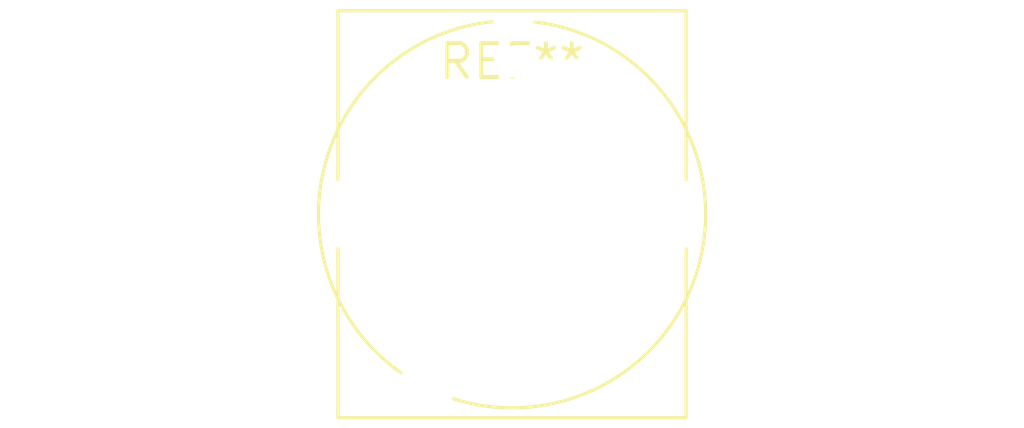
<source format=kicad_pcb>
(kicad_pcb (version 20240108) (generator pcbnew)
  (layers (0 "F.Cu" signal) (31 "B.Cu" signal) (34 "B.Paste" user) (35 "F.Paste" user) (36 "B.SilkS" user "B.Silkscreen") (37 "F.SilkS" user "F.Silkscreen") (38 "B.Mask" user) (39 "F.Mask" user) (44 "Edge.Cuts" user))
  (net 0 "")
  (footprint "Jack_6.35mm_Neutrik_NJ3FD-V_Vertical" (layer "F.Cu") (at 0 0)
    (property "Reference" "REF**")
    (property "Value" "Jack_6.35mm_Neutrik_NJ3FD-V_Vertical")
    (fp_line (start -6.52 -1.9) (end -6.52 4.42) (layer "F.SilkS") (stroke (width 0.12)))
    (fp_line (start -6.52 -1.9) (end 6.52 -1.9) (layer "F.SilkS") (stroke (width 0.12)))
    (fp_line (start -6.52 7.02) (end -6.52 13.34) (layer "F.SilkS") (stroke (width 0.12)))
    (fp_line (start -6.52 13.34) (end 6.52 13.34) (layer "F.SilkS") (stroke (width 0.12)))
    (fp_line (start 6.52 -1.9) (end 6.52 4.42) (layer "F.SilkS") (stroke (width 0.12)))
    (fp_line (start 6.52 7.02) (end 6.52 13.34) (layer "F.SilkS") (stroke (width 0.12)))
    (fp_arc (start -4.164153 11.6535) (mid -7.016062 3.897509) (end -0.75 -1.49) (layer "F.SilkS") (stroke (width 0.12)))
    (fp_arc (start 0.84109 -1.482824) (mid 7.089049 7.247578) (end -2.2 12.63) (layer "F.SilkS") (stroke (width 0.12)))
    (pad "" np_thru_hole circle (at -3.18 12.07 180) (size 1.6 1.6) (drill 1.6) (layers *.Cu *.Mask))
    (pad "" np_thru_hole circle (at 3.81 1.91 180) (size 2.1 2.1) (drill 2.1) (layers *.Cu *.Mask))
    (pad "R" thru_hole circle (at 5.08 5.72 180) (size 3.4 3.4) (drill 1.6) (layers *.Cu *.Mask) (remove_unused_layers))
    (pad "S" thru_hole circle (at -5.08 5.72 180) (size 3.4 3.4) (drill 1.6) (layers *.Cu *.Mask) (remove_unused_layers))
    (pad "T" thru_hole circle (at 0 0 180) (size 3 3) (drill 1.2) (layers *.Cu *.Mask) (remove_unused_layers))
  )
)
</source>
